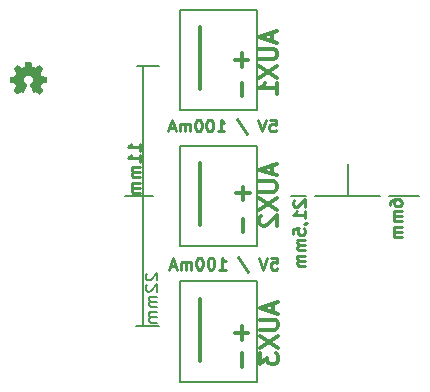
<source format=gbr>
G04 #@! TF.FileFunction,Legend,Bot*
%FSLAX46Y46*%
G04 Gerber Fmt 4.6, Leading zero omitted, Abs format (unit mm)*
G04 Created by KiCad (PCBNEW 4.0.4-stable) date 01/15/17 13:56:54*
%MOMM*%
%LPD*%
G01*
G04 APERTURE LIST*
%ADD10C,0.100000*%
%ADD11C,0.200000*%
%ADD12C,0.250000*%
%ADD13C,0.300000*%
%ADD14C,0.150000*%
%ADD15C,0.002540*%
G04 APERTURE END LIST*
D10*
D11*
X264200000Y-140500000D02*
X264200000Y-137800000D01*
X261400000Y-140500000D02*
X266900000Y-140500000D01*
X246786400Y-140512800D02*
X245338600Y-140512800D01*
D12*
X267727381Y-141291667D02*
X267727381Y-141101190D01*
X267775000Y-141005952D01*
X267822619Y-140958333D01*
X267965476Y-140863095D01*
X268155952Y-140815476D01*
X268536905Y-140815476D01*
X268632143Y-140863095D01*
X268679762Y-140910714D01*
X268727381Y-141005952D01*
X268727381Y-141196429D01*
X268679762Y-141291667D01*
X268632143Y-141339286D01*
X268536905Y-141386905D01*
X268298810Y-141386905D01*
X268203571Y-141339286D01*
X268155952Y-141291667D01*
X268108333Y-141196429D01*
X268108333Y-141005952D01*
X268155952Y-140910714D01*
X268203571Y-140863095D01*
X268298810Y-140815476D01*
X268727381Y-141815476D02*
X268060714Y-141815476D01*
X268155952Y-141815476D02*
X268108333Y-141863095D01*
X268060714Y-141958333D01*
X268060714Y-142101191D01*
X268108333Y-142196429D01*
X268203571Y-142244048D01*
X268727381Y-142244048D01*
X268203571Y-142244048D02*
X268108333Y-142291667D01*
X268060714Y-142386905D01*
X268060714Y-142529762D01*
X268108333Y-142625000D01*
X268203571Y-142672619D01*
X268727381Y-142672619D01*
X268727381Y-143148809D02*
X268060714Y-143148809D01*
X268155952Y-143148809D02*
X268108333Y-143196428D01*
X268060714Y-143291666D01*
X268060714Y-143434524D01*
X268108333Y-143529762D01*
X268203571Y-143577381D01*
X268727381Y-143577381D01*
X268203571Y-143577381D02*
X268108333Y-143625000D01*
X268060714Y-143720238D01*
X268060714Y-143863095D01*
X268108333Y-143958333D01*
X268203571Y-144005952D01*
X268727381Y-144005952D01*
D11*
X270175000Y-140500000D02*
X267700000Y-140500000D01*
X260675000Y-140500000D02*
X259400000Y-140500000D01*
D12*
X259647619Y-140865476D02*
X259600000Y-140913095D01*
X259552381Y-141008333D01*
X259552381Y-141246429D01*
X259600000Y-141341667D01*
X259647619Y-141389286D01*
X259742857Y-141436905D01*
X259838095Y-141436905D01*
X259980952Y-141389286D01*
X260552381Y-140817857D01*
X260552381Y-141436905D01*
X260552381Y-142389286D02*
X260552381Y-141817857D01*
X260552381Y-142103571D02*
X259552381Y-142103571D01*
X259695238Y-142008333D01*
X259790476Y-141913095D01*
X259838095Y-141817857D01*
X260504762Y-142865476D02*
X260552381Y-142865476D01*
X260647619Y-142817857D01*
X260695238Y-142770238D01*
X259552381Y-143770238D02*
X259552381Y-143294047D01*
X260028571Y-143246428D01*
X259980952Y-143294047D01*
X259933333Y-143389285D01*
X259933333Y-143627381D01*
X259980952Y-143722619D01*
X260028571Y-143770238D01*
X260123810Y-143817857D01*
X260361905Y-143817857D01*
X260457143Y-143770238D01*
X260504762Y-143722619D01*
X260552381Y-143627381D01*
X260552381Y-143389285D01*
X260504762Y-143294047D01*
X260457143Y-143246428D01*
X260552381Y-144246428D02*
X259885714Y-144246428D01*
X259980952Y-144246428D02*
X259933333Y-144294047D01*
X259885714Y-144389285D01*
X259885714Y-144532143D01*
X259933333Y-144627381D01*
X260028571Y-144675000D01*
X260552381Y-144675000D01*
X260028571Y-144675000D02*
X259933333Y-144722619D01*
X259885714Y-144817857D01*
X259885714Y-144960714D01*
X259933333Y-145055952D01*
X260028571Y-145103571D01*
X260552381Y-145103571D01*
X260552381Y-145579761D02*
X259885714Y-145579761D01*
X259980952Y-145579761D02*
X259933333Y-145627380D01*
X259885714Y-145722618D01*
X259885714Y-145865476D01*
X259933333Y-145960714D01*
X260028571Y-146008333D01*
X260552381Y-146008333D01*
X260028571Y-146008333D02*
X259933333Y-146055952D01*
X259885714Y-146151190D01*
X259885714Y-146294047D01*
X259933333Y-146389285D01*
X260028571Y-146436904D01*
X260552381Y-146436904D01*
X246552981Y-136677305D02*
X246552981Y-136105876D01*
X246552981Y-136391590D02*
X245552981Y-136391590D01*
X245695838Y-136296352D01*
X245791076Y-136201114D01*
X245838695Y-136105876D01*
X246552981Y-137629686D02*
X246552981Y-137058257D01*
X246552981Y-137343971D02*
X245552981Y-137343971D01*
X245695838Y-137248733D01*
X245791076Y-137153495D01*
X245838695Y-137058257D01*
X246552981Y-138058257D02*
X245886314Y-138058257D01*
X245981552Y-138058257D02*
X245933933Y-138105876D01*
X245886314Y-138201114D01*
X245886314Y-138343972D01*
X245933933Y-138439210D01*
X246029171Y-138486829D01*
X246552981Y-138486829D01*
X246029171Y-138486829D02*
X245933933Y-138534448D01*
X245886314Y-138629686D01*
X245886314Y-138772543D01*
X245933933Y-138867781D01*
X246029171Y-138915400D01*
X246552981Y-138915400D01*
X246552981Y-139391590D02*
X245886314Y-139391590D01*
X245981552Y-139391590D02*
X245933933Y-139439209D01*
X245886314Y-139534447D01*
X245886314Y-139677305D01*
X245933933Y-139772543D01*
X246029171Y-139820162D01*
X246552981Y-139820162D01*
X246029171Y-139820162D02*
X245933933Y-139867781D01*
X245886314Y-139963019D01*
X245886314Y-140105876D01*
X245933933Y-140201114D01*
X246029171Y-140248733D01*
X246552981Y-140248733D01*
D11*
X246875000Y-140500000D02*
X247675000Y-140500000D01*
X247147619Y-147090476D02*
X247100000Y-147138095D01*
X247052381Y-147233333D01*
X247052381Y-147471429D01*
X247100000Y-147566667D01*
X247147619Y-147614286D01*
X247242857Y-147661905D01*
X247338095Y-147661905D01*
X247480952Y-147614286D01*
X248052381Y-147042857D01*
X248052381Y-147661905D01*
X247147619Y-148042857D02*
X247100000Y-148090476D01*
X247052381Y-148185714D01*
X247052381Y-148423810D01*
X247100000Y-148519048D01*
X247147619Y-148566667D01*
X247242857Y-148614286D01*
X247338095Y-148614286D01*
X247480952Y-148566667D01*
X248052381Y-147995238D01*
X248052381Y-148614286D01*
X248052381Y-149042857D02*
X247385714Y-149042857D01*
X247480952Y-149042857D02*
X247433333Y-149090476D01*
X247385714Y-149185714D01*
X247385714Y-149328572D01*
X247433333Y-149423810D01*
X247528571Y-149471429D01*
X248052381Y-149471429D01*
X247528571Y-149471429D02*
X247433333Y-149519048D01*
X247385714Y-149614286D01*
X247385714Y-149757143D01*
X247433333Y-149852381D01*
X247528571Y-149900000D01*
X248052381Y-149900000D01*
X248052381Y-150376190D02*
X247385714Y-150376190D01*
X247480952Y-150376190D02*
X247433333Y-150423809D01*
X247385714Y-150519047D01*
X247385714Y-150661905D01*
X247433333Y-150757143D01*
X247528571Y-150804762D01*
X248052381Y-150804762D01*
X247528571Y-150804762D02*
X247433333Y-150852381D01*
X247385714Y-150947619D01*
X247385714Y-151090476D01*
X247433333Y-151185714D01*
X247528571Y-151233333D01*
X248052381Y-151233333D01*
X248175000Y-151500000D02*
X246225000Y-151500000D01*
X246875000Y-129500000D02*
X246875000Y-151500000D01*
X246325000Y-129500000D02*
X248175000Y-129500000D01*
D12*
X257685714Y-145752381D02*
X258161905Y-145752381D01*
X258209524Y-146228571D01*
X258161905Y-146180952D01*
X258066667Y-146133333D01*
X257828571Y-146133333D01*
X257733333Y-146180952D01*
X257685714Y-146228571D01*
X257638095Y-146323810D01*
X257638095Y-146561905D01*
X257685714Y-146657143D01*
X257733333Y-146704762D01*
X257828571Y-146752381D01*
X258066667Y-146752381D01*
X258161905Y-146704762D01*
X258209524Y-146657143D01*
X257352381Y-145752381D02*
X257019048Y-146752381D01*
X256685714Y-145752381D01*
X254876190Y-145704762D02*
X255733333Y-146990476D01*
X253257142Y-146752381D02*
X253828571Y-146752381D01*
X253542857Y-146752381D02*
X253542857Y-145752381D01*
X253638095Y-145895238D01*
X253733333Y-145990476D01*
X253828571Y-146038095D01*
X252638095Y-145752381D02*
X252542856Y-145752381D01*
X252447618Y-145800000D01*
X252399999Y-145847619D01*
X252352380Y-145942857D01*
X252304761Y-146133333D01*
X252304761Y-146371429D01*
X252352380Y-146561905D01*
X252399999Y-146657143D01*
X252447618Y-146704762D01*
X252542856Y-146752381D01*
X252638095Y-146752381D01*
X252733333Y-146704762D01*
X252780952Y-146657143D01*
X252828571Y-146561905D01*
X252876190Y-146371429D01*
X252876190Y-146133333D01*
X252828571Y-145942857D01*
X252780952Y-145847619D01*
X252733333Y-145800000D01*
X252638095Y-145752381D01*
X251685714Y-145752381D02*
X251590475Y-145752381D01*
X251495237Y-145800000D01*
X251447618Y-145847619D01*
X251399999Y-145942857D01*
X251352380Y-146133333D01*
X251352380Y-146371429D01*
X251399999Y-146561905D01*
X251447618Y-146657143D01*
X251495237Y-146704762D01*
X251590475Y-146752381D01*
X251685714Y-146752381D01*
X251780952Y-146704762D01*
X251828571Y-146657143D01*
X251876190Y-146561905D01*
X251923809Y-146371429D01*
X251923809Y-146133333D01*
X251876190Y-145942857D01*
X251828571Y-145847619D01*
X251780952Y-145800000D01*
X251685714Y-145752381D01*
X250923809Y-146752381D02*
X250923809Y-146085714D01*
X250923809Y-146180952D02*
X250876190Y-146133333D01*
X250780952Y-146085714D01*
X250638094Y-146085714D01*
X250542856Y-146133333D01*
X250495237Y-146228571D01*
X250495237Y-146752381D01*
X250495237Y-146228571D02*
X250447618Y-146133333D01*
X250352380Y-146085714D01*
X250209523Y-146085714D01*
X250114285Y-146133333D01*
X250066666Y-146228571D01*
X250066666Y-146752381D01*
X249638095Y-146466667D02*
X249161904Y-146466667D01*
X249733333Y-146752381D02*
X249400000Y-145752381D01*
X249066666Y-146752381D01*
X257585714Y-134052381D02*
X258061905Y-134052381D01*
X258109524Y-134528571D01*
X258061905Y-134480952D01*
X257966667Y-134433333D01*
X257728571Y-134433333D01*
X257633333Y-134480952D01*
X257585714Y-134528571D01*
X257538095Y-134623810D01*
X257538095Y-134861905D01*
X257585714Y-134957143D01*
X257633333Y-135004762D01*
X257728571Y-135052381D01*
X257966667Y-135052381D01*
X258061905Y-135004762D01*
X258109524Y-134957143D01*
X257252381Y-134052381D02*
X256919048Y-135052381D01*
X256585714Y-134052381D01*
X254776190Y-134004762D02*
X255633333Y-135290476D01*
X253157142Y-135052381D02*
X253728571Y-135052381D01*
X253442857Y-135052381D02*
X253442857Y-134052381D01*
X253538095Y-134195238D01*
X253633333Y-134290476D01*
X253728571Y-134338095D01*
X252538095Y-134052381D02*
X252442856Y-134052381D01*
X252347618Y-134100000D01*
X252299999Y-134147619D01*
X252252380Y-134242857D01*
X252204761Y-134433333D01*
X252204761Y-134671429D01*
X252252380Y-134861905D01*
X252299999Y-134957143D01*
X252347618Y-135004762D01*
X252442856Y-135052381D01*
X252538095Y-135052381D01*
X252633333Y-135004762D01*
X252680952Y-134957143D01*
X252728571Y-134861905D01*
X252776190Y-134671429D01*
X252776190Y-134433333D01*
X252728571Y-134242857D01*
X252680952Y-134147619D01*
X252633333Y-134100000D01*
X252538095Y-134052381D01*
X251585714Y-134052381D02*
X251490475Y-134052381D01*
X251395237Y-134100000D01*
X251347618Y-134147619D01*
X251299999Y-134242857D01*
X251252380Y-134433333D01*
X251252380Y-134671429D01*
X251299999Y-134861905D01*
X251347618Y-134957143D01*
X251395237Y-135004762D01*
X251490475Y-135052381D01*
X251585714Y-135052381D01*
X251680952Y-135004762D01*
X251728571Y-134957143D01*
X251776190Y-134861905D01*
X251823809Y-134671429D01*
X251823809Y-134433333D01*
X251776190Y-134242857D01*
X251728571Y-134147619D01*
X251680952Y-134100000D01*
X251585714Y-134052381D01*
X250823809Y-135052381D02*
X250823809Y-134385714D01*
X250823809Y-134480952D02*
X250776190Y-134433333D01*
X250680952Y-134385714D01*
X250538094Y-134385714D01*
X250442856Y-134433333D01*
X250395237Y-134528571D01*
X250395237Y-135052381D01*
X250395237Y-134528571D02*
X250347618Y-134433333D01*
X250252380Y-134385714D01*
X250109523Y-134385714D01*
X250014285Y-134433333D01*
X249966666Y-134528571D01*
X249966666Y-135052381D01*
X249538095Y-134766667D02*
X249061904Y-134766667D01*
X249633333Y-135052381D02*
X249300000Y-134052381D01*
X248966666Y-135052381D01*
D13*
X254628572Y-129007143D02*
X255771429Y-129007143D01*
X255200000Y-129578571D02*
X255200000Y-128435714D01*
X255207143Y-132071428D02*
X255207143Y-130928571D01*
X255207143Y-154971428D02*
X255207143Y-153828571D01*
X254628572Y-152107143D02*
X255771429Y-152107143D01*
X255200000Y-152678571D02*
X255200000Y-151535714D01*
X255307143Y-143571428D02*
X255307143Y-142428571D01*
X254728572Y-140307143D02*
X255871429Y-140307143D01*
X255300000Y-140878571D02*
X255300000Y-139735714D01*
X257775000Y-126703572D02*
X257775000Y-127417858D01*
X258203571Y-126560715D02*
X256703571Y-127060715D01*
X258203571Y-127560715D01*
X256703571Y-128060715D02*
X257917857Y-128060715D01*
X258060714Y-128132143D01*
X258132143Y-128203572D01*
X258203571Y-128346429D01*
X258203571Y-128632143D01*
X258132143Y-128775001D01*
X258060714Y-128846429D01*
X257917857Y-128917858D01*
X256703571Y-128917858D01*
X256703571Y-129489287D02*
X258203571Y-130489287D01*
X256703571Y-130489287D02*
X258203571Y-129489287D01*
X258203571Y-131846429D02*
X258203571Y-130989286D01*
X258203571Y-131417858D02*
X256703571Y-131417858D01*
X256917857Y-131275001D01*
X257060714Y-131132143D01*
X257132143Y-130989286D01*
X257750000Y-137928572D02*
X257750000Y-138642858D01*
X258178571Y-137785715D02*
X256678571Y-138285715D01*
X258178571Y-138785715D01*
X256678571Y-139285715D02*
X257892857Y-139285715D01*
X258035714Y-139357143D01*
X258107143Y-139428572D01*
X258178571Y-139571429D01*
X258178571Y-139857143D01*
X258107143Y-140000001D01*
X258035714Y-140071429D01*
X257892857Y-140142858D01*
X256678571Y-140142858D01*
X256678571Y-140714287D02*
X258178571Y-141714287D01*
X256678571Y-141714287D02*
X258178571Y-140714287D01*
X256821429Y-142214286D02*
X256750000Y-142285715D01*
X256678571Y-142428572D01*
X256678571Y-142785715D01*
X256750000Y-142928572D01*
X256821429Y-143000001D01*
X256964286Y-143071429D01*
X257107143Y-143071429D01*
X257321429Y-143000001D01*
X258178571Y-142142858D01*
X258178571Y-143071429D01*
X257850000Y-149628572D02*
X257850000Y-150342858D01*
X258278571Y-149485715D02*
X256778571Y-149985715D01*
X258278571Y-150485715D01*
X256778571Y-150985715D02*
X257992857Y-150985715D01*
X258135714Y-151057143D01*
X258207143Y-151128572D01*
X258278571Y-151271429D01*
X258278571Y-151557143D01*
X258207143Y-151700001D01*
X258135714Y-151771429D01*
X257992857Y-151842858D01*
X256778571Y-151842858D01*
X256778571Y-152414287D02*
X258278571Y-153414287D01*
X256778571Y-153414287D02*
X258278571Y-152414287D01*
X256778571Y-153842858D02*
X256778571Y-154771429D01*
X257350000Y-154271429D01*
X257350000Y-154485715D01*
X257421429Y-154628572D01*
X257492857Y-154700001D01*
X257635714Y-154771429D01*
X257992857Y-154771429D01*
X258135714Y-154700001D01*
X258207143Y-154628572D01*
X258278571Y-154485715D01*
X258278571Y-154057143D01*
X258207143Y-153914286D01*
X258135714Y-153842858D01*
X251650000Y-131500000D02*
X251650000Y-126250000D01*
D14*
X253250000Y-124750000D02*
X250000000Y-124750000D01*
X250000000Y-124750000D02*
X250000000Y-133250000D01*
X250000000Y-133250000D02*
X256500000Y-133250000D01*
X256500000Y-133250000D02*
X256500000Y-124750000D01*
X256500000Y-124750000D02*
X253250000Y-124750000D01*
D13*
X251650000Y-143000000D02*
X251650000Y-137750000D01*
D14*
X253250000Y-136250000D02*
X250000000Y-136250000D01*
X250000000Y-136250000D02*
X250000000Y-144750000D01*
X250000000Y-144750000D02*
X256500000Y-144750000D01*
X256500000Y-144750000D02*
X256500000Y-136250000D01*
X256500000Y-136250000D02*
X253250000Y-136250000D01*
D13*
X251650000Y-154500000D02*
X251650000Y-149250000D01*
D14*
X253250000Y-147750000D02*
X250000000Y-147750000D01*
X250000000Y-147750000D02*
X250000000Y-156250000D01*
X250000000Y-156250000D02*
X256500000Y-156250000D01*
X256500000Y-156250000D02*
X256500000Y-147750000D01*
X256500000Y-147750000D02*
X253250000Y-147750000D01*
D15*
G36*
X238009320Y-131846200D02*
X237991540Y-131838580D01*
X237958520Y-131815720D01*
X237907720Y-131782700D01*
X237849300Y-131744600D01*
X237788340Y-131703960D01*
X237740080Y-131670940D01*
X237704520Y-131648080D01*
X237691820Y-131640460D01*
X237684200Y-131643000D01*
X237656260Y-131658240D01*
X237615620Y-131678560D01*
X237590220Y-131691260D01*
X237552120Y-131706500D01*
X237534340Y-131711580D01*
X237531800Y-131706500D01*
X237516560Y-131676020D01*
X237496240Y-131627760D01*
X237468300Y-131561720D01*
X237435280Y-131485520D01*
X237399720Y-131404240D01*
X237366700Y-131320420D01*
X237333680Y-131241680D01*
X237303200Y-131168020D01*
X237280340Y-131109600D01*
X237265100Y-131068960D01*
X237257480Y-131051180D01*
X237260020Y-131048640D01*
X237277800Y-131030860D01*
X237310820Y-131005460D01*
X237381940Y-130947040D01*
X237453060Y-130860680D01*
X237496240Y-130761620D01*
X237508940Y-130649860D01*
X237498780Y-130548260D01*
X237458140Y-130451740D01*
X237389560Y-130362840D01*
X237305740Y-130296800D01*
X237209220Y-130256160D01*
X237100000Y-130243460D01*
X236995860Y-130253620D01*
X236896800Y-130294260D01*
X236807900Y-130360300D01*
X236769800Y-130403480D01*
X236719000Y-130494920D01*
X236688520Y-130588900D01*
X236685980Y-130611760D01*
X236691060Y-130718440D01*
X236721540Y-130820040D01*
X236777420Y-130908940D01*
X236853620Y-130982600D01*
X236863780Y-130990220D01*
X236899340Y-131018160D01*
X236924740Y-131035940D01*
X236942520Y-131051180D01*
X236807900Y-131373760D01*
X236787580Y-131424560D01*
X236749480Y-131513460D01*
X236719000Y-131589660D01*
X236691060Y-131650620D01*
X236673280Y-131691260D01*
X236665660Y-131706500D01*
X236665660Y-131706500D01*
X236652960Y-131709040D01*
X236630100Y-131701420D01*
X236584380Y-131678560D01*
X236553900Y-131663320D01*
X236520880Y-131648080D01*
X236505640Y-131640460D01*
X236490400Y-131648080D01*
X236457380Y-131668400D01*
X236411660Y-131701420D01*
X236353240Y-131739520D01*
X236297360Y-131777620D01*
X236246560Y-131810640D01*
X236211000Y-131836040D01*
X236193220Y-131843660D01*
X236190680Y-131843660D01*
X236172900Y-131836040D01*
X236144960Y-131810640D01*
X236101780Y-131770000D01*
X236038280Y-131709040D01*
X236028120Y-131698880D01*
X235977320Y-131648080D01*
X235936680Y-131602360D01*
X235908740Y-131571880D01*
X235898580Y-131559180D01*
X235898580Y-131559180D01*
X235908740Y-131541400D01*
X235931600Y-131503300D01*
X235964620Y-131452500D01*
X236005260Y-131391540D01*
X236111940Y-131236600D01*
X236053520Y-131091820D01*
X236035740Y-131046100D01*
X236012880Y-130990220D01*
X235995100Y-130952120D01*
X235987480Y-130934340D01*
X235969700Y-130929260D01*
X235931600Y-130919100D01*
X235873180Y-130908940D01*
X235802060Y-130896240D01*
X235736020Y-130883540D01*
X235677600Y-130870840D01*
X235634420Y-130863220D01*
X235614100Y-130860680D01*
X235609020Y-130855600D01*
X235606480Y-130847980D01*
X235603940Y-130827660D01*
X235601400Y-130789560D01*
X235601400Y-130733680D01*
X235601400Y-130649860D01*
X235601400Y-130642240D01*
X235601400Y-130563500D01*
X235603940Y-130500000D01*
X235606480Y-130461900D01*
X235609020Y-130444120D01*
X235609020Y-130444120D01*
X235626800Y-130439040D01*
X235669980Y-130431420D01*
X235728400Y-130418720D01*
X235799520Y-130406020D01*
X235804600Y-130406020D01*
X235875720Y-130390780D01*
X235934140Y-130378080D01*
X235977320Y-130370460D01*
X235995100Y-130362840D01*
X235997640Y-130357760D01*
X236012880Y-130329820D01*
X236033200Y-130286640D01*
X236056060Y-130233300D01*
X236078920Y-130177420D01*
X236099240Y-130126620D01*
X236111940Y-130091060D01*
X236117020Y-130073280D01*
X236117020Y-130073280D01*
X236106860Y-130055500D01*
X236081460Y-130019940D01*
X236045900Y-129969140D01*
X236005260Y-129908180D01*
X236002720Y-129903100D01*
X235962080Y-129842140D01*
X235929060Y-129791340D01*
X235906200Y-129755780D01*
X235898580Y-129740540D01*
X235898580Y-129738000D01*
X235911280Y-129720220D01*
X235941760Y-129687200D01*
X235987480Y-129641480D01*
X236038280Y-129588140D01*
X236056060Y-129572900D01*
X236114480Y-129514480D01*
X236155120Y-129478920D01*
X236180520Y-129458600D01*
X236190680Y-129453520D01*
X236193220Y-129453520D01*
X236211000Y-129463680D01*
X236249100Y-129489080D01*
X236299900Y-129524640D01*
X236360860Y-129565280D01*
X236363400Y-129567820D01*
X236424360Y-129608460D01*
X236475160Y-129644020D01*
X236510720Y-129666880D01*
X236525960Y-129674500D01*
X236528500Y-129674500D01*
X236551360Y-129669420D01*
X236594540Y-129654180D01*
X236647880Y-129633860D01*
X236703760Y-129611000D01*
X236754560Y-129590680D01*
X236790120Y-129572900D01*
X236807900Y-129562740D01*
X236810440Y-129562740D01*
X236815520Y-129539880D01*
X236825680Y-129494160D01*
X236838380Y-129433200D01*
X236853620Y-129359540D01*
X236856160Y-129349380D01*
X236868860Y-129275720D01*
X236879020Y-129217300D01*
X236889180Y-129176660D01*
X236891720Y-129158880D01*
X236901880Y-129158880D01*
X236937440Y-129156340D01*
X236990780Y-129153800D01*
X237056820Y-129153800D01*
X237122860Y-129153800D01*
X237188900Y-129153800D01*
X237244780Y-129156340D01*
X237285420Y-129158880D01*
X237303200Y-129163960D01*
X237303200Y-129163960D01*
X237308280Y-129186820D01*
X237318440Y-129230000D01*
X237331140Y-129293500D01*
X237346380Y-129367160D01*
X237348920Y-129379860D01*
X237361620Y-129450980D01*
X237374320Y-129509400D01*
X237381940Y-129550040D01*
X237387020Y-129565280D01*
X237392100Y-129567820D01*
X237422580Y-129583060D01*
X237470840Y-129600840D01*
X237529260Y-129626240D01*
X237666420Y-129682120D01*
X237834060Y-129565280D01*
X237849300Y-129555120D01*
X237910260Y-129514480D01*
X237961060Y-129481460D01*
X237996620Y-129458600D01*
X238009320Y-129450980D01*
X238011860Y-129450980D01*
X238027100Y-129466220D01*
X238060120Y-129496700D01*
X238105840Y-129542420D01*
X238159180Y-129593220D01*
X238199820Y-129633860D01*
X238245540Y-129679580D01*
X238273480Y-129712600D01*
X238291260Y-129732920D01*
X238296340Y-129745620D01*
X238293800Y-129753240D01*
X238283640Y-129771020D01*
X238258240Y-129806580D01*
X238225220Y-129859920D01*
X238184580Y-129918340D01*
X238149020Y-129969140D01*
X238113460Y-130025020D01*
X238090600Y-130065660D01*
X238080440Y-130083440D01*
X238082980Y-130093600D01*
X238095680Y-130126620D01*
X238116000Y-130174880D01*
X238141400Y-130235840D01*
X238199820Y-130367920D01*
X238286180Y-130385700D01*
X238339520Y-130395860D01*
X238413180Y-130408560D01*
X238484300Y-130423800D01*
X238596060Y-130444120D01*
X238598600Y-130847980D01*
X238580820Y-130855600D01*
X238565580Y-130860680D01*
X238524940Y-130870840D01*
X238466520Y-130881000D01*
X238397940Y-130893700D01*
X238336980Y-130906400D01*
X238278560Y-130916560D01*
X238235380Y-130924180D01*
X238217600Y-130929260D01*
X238212520Y-130934340D01*
X238197280Y-130964820D01*
X238176960Y-131010540D01*
X238154100Y-131063880D01*
X238128700Y-131122300D01*
X238108380Y-131173100D01*
X238093140Y-131213740D01*
X238088060Y-131234060D01*
X238095680Y-131249300D01*
X238118540Y-131284860D01*
X238151560Y-131335660D01*
X238192200Y-131394080D01*
X238232840Y-131452500D01*
X238265860Y-131503300D01*
X238291260Y-131538860D01*
X238298880Y-131556640D01*
X238293800Y-131566800D01*
X238270940Y-131594740D01*
X238227760Y-131640460D01*
X238161720Y-131706500D01*
X238149020Y-131716660D01*
X238098220Y-131767460D01*
X238052500Y-131808100D01*
X238022020Y-131836040D01*
X238009320Y-131846200D01*
X238009320Y-131846200D01*
G37*
X238009320Y-131846200D02*
X237991540Y-131838580D01*
X237958520Y-131815720D01*
X237907720Y-131782700D01*
X237849300Y-131744600D01*
X237788340Y-131703960D01*
X237740080Y-131670940D01*
X237704520Y-131648080D01*
X237691820Y-131640460D01*
X237684200Y-131643000D01*
X237656260Y-131658240D01*
X237615620Y-131678560D01*
X237590220Y-131691260D01*
X237552120Y-131706500D01*
X237534340Y-131711580D01*
X237531800Y-131706500D01*
X237516560Y-131676020D01*
X237496240Y-131627760D01*
X237468300Y-131561720D01*
X237435280Y-131485520D01*
X237399720Y-131404240D01*
X237366700Y-131320420D01*
X237333680Y-131241680D01*
X237303200Y-131168020D01*
X237280340Y-131109600D01*
X237265100Y-131068960D01*
X237257480Y-131051180D01*
X237260020Y-131048640D01*
X237277800Y-131030860D01*
X237310820Y-131005460D01*
X237381940Y-130947040D01*
X237453060Y-130860680D01*
X237496240Y-130761620D01*
X237508940Y-130649860D01*
X237498780Y-130548260D01*
X237458140Y-130451740D01*
X237389560Y-130362840D01*
X237305740Y-130296800D01*
X237209220Y-130256160D01*
X237100000Y-130243460D01*
X236995860Y-130253620D01*
X236896800Y-130294260D01*
X236807900Y-130360300D01*
X236769800Y-130403480D01*
X236719000Y-130494920D01*
X236688520Y-130588900D01*
X236685980Y-130611760D01*
X236691060Y-130718440D01*
X236721540Y-130820040D01*
X236777420Y-130908940D01*
X236853620Y-130982600D01*
X236863780Y-130990220D01*
X236899340Y-131018160D01*
X236924740Y-131035940D01*
X236942520Y-131051180D01*
X236807900Y-131373760D01*
X236787580Y-131424560D01*
X236749480Y-131513460D01*
X236719000Y-131589660D01*
X236691060Y-131650620D01*
X236673280Y-131691260D01*
X236665660Y-131706500D01*
X236665660Y-131706500D01*
X236652960Y-131709040D01*
X236630100Y-131701420D01*
X236584380Y-131678560D01*
X236553900Y-131663320D01*
X236520880Y-131648080D01*
X236505640Y-131640460D01*
X236490400Y-131648080D01*
X236457380Y-131668400D01*
X236411660Y-131701420D01*
X236353240Y-131739520D01*
X236297360Y-131777620D01*
X236246560Y-131810640D01*
X236211000Y-131836040D01*
X236193220Y-131843660D01*
X236190680Y-131843660D01*
X236172900Y-131836040D01*
X236144960Y-131810640D01*
X236101780Y-131770000D01*
X236038280Y-131709040D01*
X236028120Y-131698880D01*
X235977320Y-131648080D01*
X235936680Y-131602360D01*
X235908740Y-131571880D01*
X235898580Y-131559180D01*
X235898580Y-131559180D01*
X235908740Y-131541400D01*
X235931600Y-131503300D01*
X235964620Y-131452500D01*
X236005260Y-131391540D01*
X236111940Y-131236600D01*
X236053520Y-131091820D01*
X236035740Y-131046100D01*
X236012880Y-130990220D01*
X235995100Y-130952120D01*
X235987480Y-130934340D01*
X235969700Y-130929260D01*
X235931600Y-130919100D01*
X235873180Y-130908940D01*
X235802060Y-130896240D01*
X235736020Y-130883540D01*
X235677600Y-130870840D01*
X235634420Y-130863220D01*
X235614100Y-130860680D01*
X235609020Y-130855600D01*
X235606480Y-130847980D01*
X235603940Y-130827660D01*
X235601400Y-130789560D01*
X235601400Y-130733680D01*
X235601400Y-130649860D01*
X235601400Y-130642240D01*
X235601400Y-130563500D01*
X235603940Y-130500000D01*
X235606480Y-130461900D01*
X235609020Y-130444120D01*
X235609020Y-130444120D01*
X235626800Y-130439040D01*
X235669980Y-130431420D01*
X235728400Y-130418720D01*
X235799520Y-130406020D01*
X235804600Y-130406020D01*
X235875720Y-130390780D01*
X235934140Y-130378080D01*
X235977320Y-130370460D01*
X235995100Y-130362840D01*
X235997640Y-130357760D01*
X236012880Y-130329820D01*
X236033200Y-130286640D01*
X236056060Y-130233300D01*
X236078920Y-130177420D01*
X236099240Y-130126620D01*
X236111940Y-130091060D01*
X236117020Y-130073280D01*
X236117020Y-130073280D01*
X236106860Y-130055500D01*
X236081460Y-130019940D01*
X236045900Y-129969140D01*
X236005260Y-129908180D01*
X236002720Y-129903100D01*
X235962080Y-129842140D01*
X235929060Y-129791340D01*
X235906200Y-129755780D01*
X235898580Y-129740540D01*
X235898580Y-129738000D01*
X235911280Y-129720220D01*
X235941760Y-129687200D01*
X235987480Y-129641480D01*
X236038280Y-129588140D01*
X236056060Y-129572900D01*
X236114480Y-129514480D01*
X236155120Y-129478920D01*
X236180520Y-129458600D01*
X236190680Y-129453520D01*
X236193220Y-129453520D01*
X236211000Y-129463680D01*
X236249100Y-129489080D01*
X236299900Y-129524640D01*
X236360860Y-129565280D01*
X236363400Y-129567820D01*
X236424360Y-129608460D01*
X236475160Y-129644020D01*
X236510720Y-129666880D01*
X236525960Y-129674500D01*
X236528500Y-129674500D01*
X236551360Y-129669420D01*
X236594540Y-129654180D01*
X236647880Y-129633860D01*
X236703760Y-129611000D01*
X236754560Y-129590680D01*
X236790120Y-129572900D01*
X236807900Y-129562740D01*
X236810440Y-129562740D01*
X236815520Y-129539880D01*
X236825680Y-129494160D01*
X236838380Y-129433200D01*
X236853620Y-129359540D01*
X236856160Y-129349380D01*
X236868860Y-129275720D01*
X236879020Y-129217300D01*
X236889180Y-129176660D01*
X236891720Y-129158880D01*
X236901880Y-129158880D01*
X236937440Y-129156340D01*
X236990780Y-129153800D01*
X237056820Y-129153800D01*
X237122860Y-129153800D01*
X237188900Y-129153800D01*
X237244780Y-129156340D01*
X237285420Y-129158880D01*
X237303200Y-129163960D01*
X237303200Y-129163960D01*
X237308280Y-129186820D01*
X237318440Y-129230000D01*
X237331140Y-129293500D01*
X237346380Y-129367160D01*
X237348920Y-129379860D01*
X237361620Y-129450980D01*
X237374320Y-129509400D01*
X237381940Y-129550040D01*
X237387020Y-129565280D01*
X237392100Y-129567820D01*
X237422580Y-129583060D01*
X237470840Y-129600840D01*
X237529260Y-129626240D01*
X237666420Y-129682120D01*
X237834060Y-129565280D01*
X237849300Y-129555120D01*
X237910260Y-129514480D01*
X237961060Y-129481460D01*
X237996620Y-129458600D01*
X238009320Y-129450980D01*
X238011860Y-129450980D01*
X238027100Y-129466220D01*
X238060120Y-129496700D01*
X238105840Y-129542420D01*
X238159180Y-129593220D01*
X238199820Y-129633860D01*
X238245540Y-129679580D01*
X238273480Y-129712600D01*
X238291260Y-129732920D01*
X238296340Y-129745620D01*
X238293800Y-129753240D01*
X238283640Y-129771020D01*
X238258240Y-129806580D01*
X238225220Y-129859920D01*
X238184580Y-129918340D01*
X238149020Y-129969140D01*
X238113460Y-130025020D01*
X238090600Y-130065660D01*
X238080440Y-130083440D01*
X238082980Y-130093600D01*
X238095680Y-130126620D01*
X238116000Y-130174880D01*
X238141400Y-130235840D01*
X238199820Y-130367920D01*
X238286180Y-130385700D01*
X238339520Y-130395860D01*
X238413180Y-130408560D01*
X238484300Y-130423800D01*
X238596060Y-130444120D01*
X238598600Y-130847980D01*
X238580820Y-130855600D01*
X238565580Y-130860680D01*
X238524940Y-130870840D01*
X238466520Y-130881000D01*
X238397940Y-130893700D01*
X238336980Y-130906400D01*
X238278560Y-130916560D01*
X238235380Y-130924180D01*
X238217600Y-130929260D01*
X238212520Y-130934340D01*
X238197280Y-130964820D01*
X238176960Y-131010540D01*
X238154100Y-131063880D01*
X238128700Y-131122300D01*
X238108380Y-131173100D01*
X238093140Y-131213740D01*
X238088060Y-131234060D01*
X238095680Y-131249300D01*
X238118540Y-131284860D01*
X238151560Y-131335660D01*
X238192200Y-131394080D01*
X238232840Y-131452500D01*
X238265860Y-131503300D01*
X238291260Y-131538860D01*
X238298880Y-131556640D01*
X238293800Y-131566800D01*
X238270940Y-131594740D01*
X238227760Y-131640460D01*
X238161720Y-131706500D01*
X238149020Y-131716660D01*
X238098220Y-131767460D01*
X238052500Y-131808100D01*
X238022020Y-131836040D01*
X238009320Y-131846200D01*
M02*

</source>
